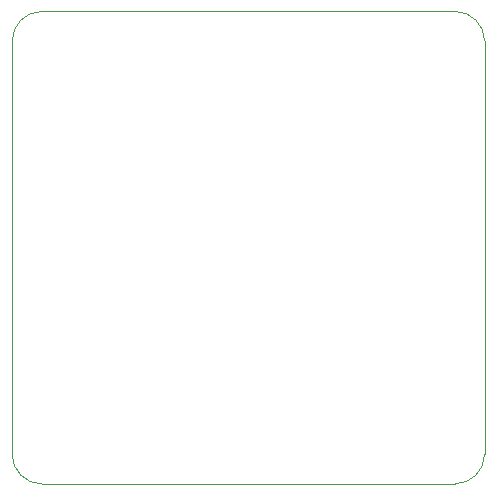
<source format=gbr>
%TF.GenerationSoftware,KiCad,Pcbnew,8.0.7*%
%TF.CreationDate,2025-04-07T14:00:10+01:00*%
%TF.ProjectId,WaveshareDuppaController,57617665-7368-4617-9265-447570706143,rev?*%
%TF.SameCoordinates,Original*%
%TF.FileFunction,Profile,NP*%
%FSLAX46Y46*%
G04 Gerber Fmt 4.6, Leading zero omitted, Abs format (unit mm)*
G04 Created by KiCad (PCBNEW 8.0.7) date 2025-04-07 14:00:10*
%MOMM*%
%LPD*%
G01*
G04 APERTURE LIST*
%TA.AperFunction,Profile*%
%ADD10C,0.050000*%
%TD*%
%TA.AperFunction,Profile*%
%ADD11C,0.120000*%
%TD*%
G04 APERTURE END LIST*
D10*
X90000000Y-87500000D02*
G75*
G02*
X87500000Y-90000000I-2500000J0D01*
G01*
X52500000Y-90000000D02*
G75*
G02*
X50000000Y-87500000I0J2500000D01*
G01*
X50000000Y-52500000D02*
G75*
G02*
X52500000Y-50000000I2500000J0D01*
G01*
X87500000Y-50000000D02*
G75*
G02*
X90000000Y-52500000I0J-2500000D01*
G01*
X87500000Y-90000000D02*
X52500000Y-90000000D01*
X52500000Y-50000000D02*
X87500000Y-50000000D01*
X90000000Y-63500000D02*
X90000000Y-52500000D01*
X90000000Y-87500000D02*
X90000000Y-76500000D01*
X50000000Y-87500000D02*
X50000000Y-52500000D01*
D11*
%TO.C,J2*%
X90000000Y-63500000D02*
X90000000Y-76500000D01*
%TD*%
M02*

</source>
